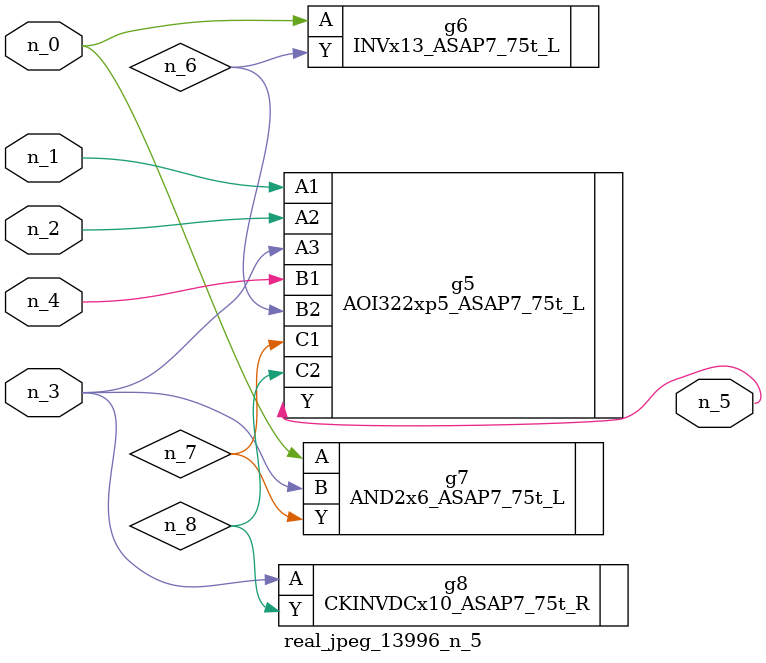
<source format=v>
module real_jpeg_13996_n_5 (n_4, n_0, n_1, n_2, n_3, n_5);

input n_4;
input n_0;
input n_1;
input n_2;
input n_3;

output n_5;

wire n_8;
wire n_6;
wire n_7;

INVx13_ASAP7_75t_L g6 ( 
.A(n_0),
.Y(n_6)
);

AND2x6_ASAP7_75t_L g7 ( 
.A(n_0),
.B(n_3),
.Y(n_7)
);

AOI322xp5_ASAP7_75t_L g5 ( 
.A1(n_1),
.A2(n_2),
.A3(n_3),
.B1(n_4),
.B2(n_6),
.C1(n_7),
.C2(n_8),
.Y(n_5)
);

CKINVDCx10_ASAP7_75t_R g8 ( 
.A(n_3),
.Y(n_8)
);


endmodule
</source>
